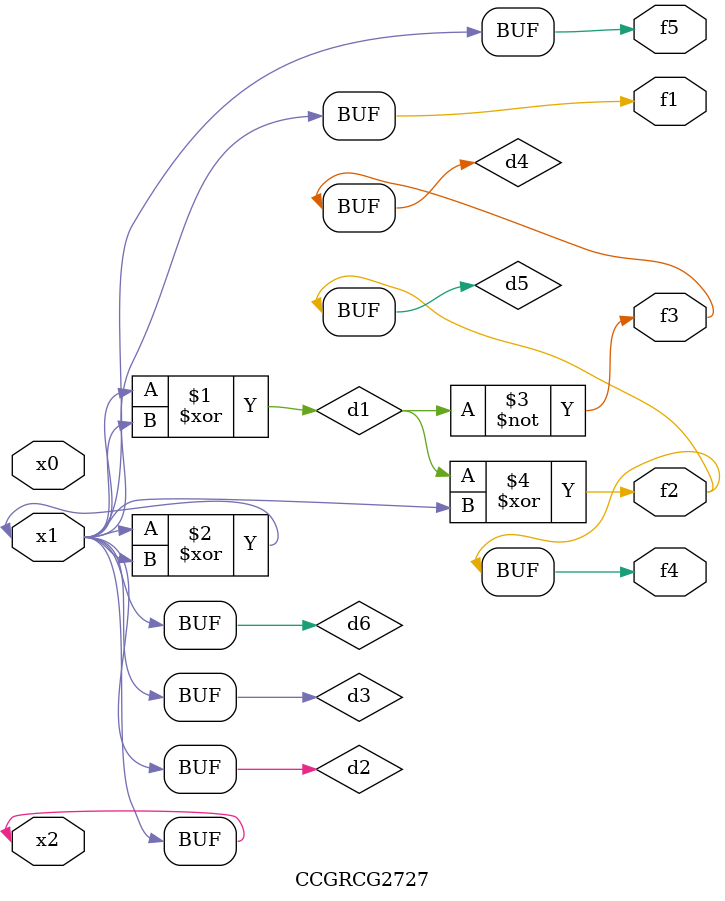
<source format=v>
module CCGRCG2727(
	input x0, x1, x2,
	output f1, f2, f3, f4, f5
);

	wire d1, d2, d3, d4, d5, d6;

	xor (d1, x1, x2);
	buf (d2, x1, x2);
	xor (d3, x1, x2);
	nor (d4, d1);
	xor (d5, d1, d2);
	buf (d6, d2, d3);
	assign f1 = d6;
	assign f2 = d5;
	assign f3 = d4;
	assign f4 = d5;
	assign f5 = d6;
endmodule

</source>
